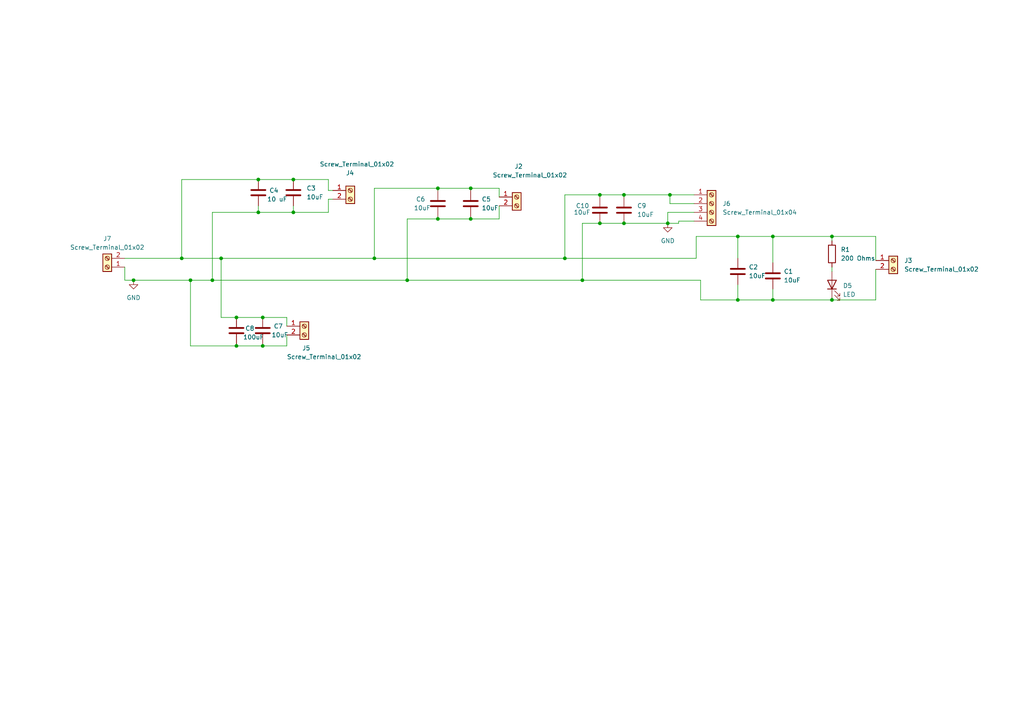
<source format=kicad_sch>
(kicad_sch (version 20230121) (generator eeschema)
  (paper "A4")
  (lib_symbols
    (symbol "Connector:Screw_Terminal_01x02" (pin_names (offset 1.016) hide)
      (property "Reference" "J" (at 0 2.54 0))
      (property "Value" "Screw_Terminal_01x02" (at 0 -5.08 0))
      (symbol "Screw_Terminal_01x02_1_1"
        (rectangle (start -1.27 1.27) (end 1.27 -3.81) (stroke (width 0.254)) (fill (type background)))
        (circle (center 0 -2.54) (radius 0.635) (stroke (width 0.1524)))
        (polyline (pts (xy -0.5334 -2.2098) (xy 0.3302 -3.048)) (stroke (width 0.1524)))
        (polyline (pts (xy -0.5334 0.3302) (xy 0.3302 -0.508)) (stroke (width 0.1524)))
        (polyline (pts (xy -0.3556 -2.032) (xy 0.508 -2.8702)) (stroke (width 0.1524)))
        (polyline (pts (xy -0.3556 0.508) (xy 0.508 -0.3302)) (stroke (width 0.1524)))
        (circle (center 0 0) (radius 0.635) (stroke (width 0.1524)))
        (pin passive line (at -5.08 0 0) (length 3.81) (name "Pin_1") (number "1"))
        (pin passive line (at -5.08 -2.54 0) (length 3.81) (name "Pin_2") (number "2"))
      )
    )
    (symbol "Connector:Screw_Terminal_01x04" (pin_names (offset 1.016) hide)
      (property "Reference" "J" (at 0 5.08 0))
      (property "Value" "Screw_Terminal_01x04" (at 0 -7.62 0))
      (symbol "Screw_Terminal_01x04_1_1"
        (rectangle (start -1.27 3.81) (end 1.27 -6.35) (stroke (width 0.254)) (fill (type background)))
        (circle (center 0 -5.08) (radius 0.635) (stroke (width 0.1524)))
        (circle (center 0 -2.54) (radius 0.635) (stroke (width 0.1524)))
        (polyline (pts (xy -0.5334 -4.7498) (xy 0.3302 -5.588)) (stroke (width 0.1524)))
        (polyline (pts (xy -0.5334 -2.2098) (xy 0.3302 -3.048)) (stroke (width 0.1524)))
        (polyline (pts (xy -0.5334 0.3302) (xy 0.3302 -0.508)) (stroke (width 0.1524)))
        (polyline (pts (xy -0.5334 2.8702) (xy 0.3302 2.032)) (stroke (width 0.1524)))
        (polyline (pts (xy -0.3556 -4.572) (xy 0.508 -5.4102)) (stroke (width 0.1524)))
        (polyline (pts (xy -0.3556 -2.032) (xy 0.508 -2.8702)) (stroke (width 0.1524)))
        (polyline (pts (xy -0.3556 0.508) (xy 0.508 -0.3302)) (stroke (width 0.1524)))
        (polyline (pts (xy -0.3556 3.048) (xy 0.508 2.2098)) (stroke (width 0.1524)))
        (circle (center 0 0) (radius 0.635) (stroke (width 0.1524)))
        (circle (center 0 2.54) (radius 0.635) (stroke (width 0.1524)))
        (pin passive line (at -5.08 2.54 0) (length 3.81) (name "Pin_1") (number "1"))
        (pin passive line (at -5.08 0 0) (length 3.81) (name "Pin_2") (number "2"))
        (pin passive line (at -5.08 -2.54 0) (length 3.81) (name "Pin_3") (number "3"))
        (pin passive line (at -5.08 -5.08 0) (length 3.81) (name "Pin_4") (number "4"))
      )
    )
    (symbol "Device:C" (pin_numbers hide) (pin_names (offset 0.254))
      (property "Reference" "C" (at 0.635 2.54 0))
      (property "Value" "C" (at 0.635 -2.54 0))
      (symbol "C_0_1"
        (polyline (pts (xy -2.032 -0.762) (xy 2.032 -0.762)) (stroke (width 0.508)))
        (polyline (pts (xy -2.032 0.762) (xy 2.032 0.762)) (stroke (width 0.508)))
      )
      (symbol "C_1_1"
        (pin passive line (at 0 3.81 270) (length 2.794) (name "~") (number "1"))
        (pin passive line (at 0 -3.81 90) (length 2.794) (name "~") (number "2"))
      )
    )
    (symbol "Device:LED" (pin_numbers hide) (pin_names (offset 1.016) hide)
      (property "Reference" "D" (at 0 2.54 0))
      (property "Value" "LED" (at 0 -2.54 0))
      (symbol "LED_0_1"
        (polyline (pts (xy -1.27 -1.27) (xy -1.27 1.27)) (stroke (width 0.254)))
        (polyline (pts (xy -1.27 0) (xy 1.27 0)))
        (polyline (pts (xy 1.27 -1.27) (xy 1.27 1.27) (xy -1.27 0) (xy 1.27 -1.27)) (stroke (width 0.254)))
        (polyline (pts (xy -3.048 -0.762) (xy -4.572 -2.286) (xy -3.81 -2.286) (xy -4.572 -2.286) (xy -4.572 -1.524)))
        (polyline (pts (xy -1.778 -0.762) (xy -3.302 -2.286) (xy -2.54 -2.286) (xy -3.302 -2.286) (xy -3.302 -1.524)))
      )
      (symbol "LED_1_1"
        (pin passive line (at -3.81 0 0) (length 2.54) (name "K") (number "1"))
        (pin passive line (at 3.81 0 180) (length 2.54) (name "A") (number "2"))
      )
    )
    (symbol "Device:R" (pin_numbers hide) (pin_names (offset 0))
      (property "Reference" "R" (at 2.032 0 90))
      (property "Value" "R" (at 0 0 90))
      (symbol "R_0_1"
        (rectangle (start -1.016 -2.54) (end 1.016 2.54) (stroke (width 0.254)))
      )
      (symbol "R_1_1"
        (pin passive line (at 0 3.81 270) (length 1.27) (name "~") (number "1"))
        (pin passive line (at 0 -3.81 90) (length 1.27) (name "~") (number "2"))
      )
    )
    (symbol "power:GND" (power) (pin_names (offset 0))
      (property "Value" "GND" (at 0 -3.81 0))
      (symbol "GND_0_1"
        (polyline (pts (xy 0 0) (xy 0 -1.27) (xy 1.27 -1.27) (xy 0 -2.54) (xy -1.27 -1.27) (xy 0 -1.27)))
      )
      (symbol "GND_1_1"
        (pin power_in line (at 0 0 270) (length 0) hide (name "GND") (number "1"))
      )
    )
  )
  (junction (at 136.525 63.5))
  (junction (at 163.83 74.93))
  (junction (at 180.975 64.77))
  (junction (at 193.675 64.77))
  (junction (at 108.585 74.93))
  (junction (at 224.155 68.58))
  (junction (at 213.995 86.995))
  (junction (at 61.595 81.28))
  (junction (at 74.93 52.07))
  (junction (at 241.3 68.58))
  (junction (at 241.3 86.995))
  (junction (at 38.735 81.28))
  (junction (at 173.99 56.515))
  (junction (at 68.58 100.33))
  (junction (at 168.91 81.28))
  (junction (at 85.09 52.07))
  (junction (at 118.11 81.28))
  (junction (at 64.135 74.93))
  (junction (at 173.99 64.77))
  (junction (at 76.2 100.33))
  (junction (at 194.31 56.515))
  (junction (at 224.155 86.995))
  (junction (at 180.975 56.515))
  (junction (at 76.2 92.075))
  (junction (at 55.245 81.28))
  (junction (at 136.525 54.61))
  (junction (at 127 54.61))
  (junction (at 213.995 68.58))
  (junction (at 127 63.5))
  (junction (at 74.93 61.595))
  (junction (at 85.09 61.595))
  (junction (at 68.58 92.075))
  (junction (at 52.705 74.93))
  (wire (pts (xy 95.25 57.785) (xy 95.25 61.595)))
  (wire (pts (xy 52.705 74.93) (xy 64.135 74.93)))
  (wire (pts (xy 203.2 86.995) (xy 213.995 86.995)))
  (wire (pts (xy 180.975 57.15) (xy 180.975 56.515)))
  (wire (pts (xy 168.91 64.77) (xy 168.91 81.28)))
  (wire (pts (xy 55.245 100.33) (xy 55.245 81.28)))
  (wire (pts (xy 173.99 64.77) (xy 168.91 64.77)))
  (wire (pts (xy 224.155 83.82) (xy 224.155 86.995)))
  (wire (pts (xy 127 55.245) (xy 127 54.61)))
  (wire (pts (xy 224.155 86.995) (xy 241.3 86.995)))
  (wire (pts (xy 76.2 99.695) (xy 76.2 100.33)))
  (wire (pts (xy 136.525 54.61) (xy 144.78 54.61)))
  (wire (pts (xy 254 78.105) (xy 254 86.995)))
  (wire (pts (xy 38.735 81.28) (xy 55.245 81.28)))
  (wire (pts (xy 213.995 86.995) (xy 224.155 86.995)))
  (wire (pts (xy 144.78 59.69) (xy 144.78 63.5)))
  (wire (pts (xy 224.155 68.58) (xy 224.155 76.2)))
  (wire (pts (xy 173.99 57.15) (xy 173.99 56.515)))
  (wire (pts (xy 180.975 64.77) (xy 193.675 64.77)))
  (wire (pts (xy 213.995 68.58) (xy 224.155 68.58)))
  (wire (pts (xy 127 54.61) (xy 136.525 54.61)))
  (wire (pts (xy 85.09 52.07) (xy 95.25 52.07)))
  (wire (pts (xy 52.705 52.07) (xy 52.705 74.93)))
  (wire (pts (xy 55.245 100.33) (xy 68.58 100.33)))
  (wire (pts (xy 83.185 97.155) (xy 83.185 100.33)))
  (wire (pts (xy 74.93 61.595) (xy 85.09 61.595)))
  (wire (pts (xy 68.58 99.695) (xy 68.58 100.33)))
  (wire (pts (xy 193.675 64.77) (xy 196.85 64.77)))
  (wire (pts (xy 127 63.5) (xy 136.525 63.5)))
  (wire (pts (xy 173.99 64.77) (xy 180.975 64.77)))
  (wire (pts (xy 36.195 81.28) (xy 38.735 81.28)))
  (wire (pts (xy 194.31 59.055) (xy 194.31 56.515)))
  (wire (pts (xy 36.195 74.93) (xy 52.705 74.93)))
  (wire (pts (xy 213.995 68.58) (xy 213.995 74.93)))
  (wire (pts (xy 52.705 52.07) (xy 74.93 52.07)))
  (wire (pts (xy 74.93 59.69) (xy 74.93 61.595)))
  (wire (pts (xy 193.675 61.595) (xy 193.675 64.77)))
  (wire (pts (xy 36.195 77.47) (xy 36.195 81.28)))
  (wire (pts (xy 203.2 81.28) (xy 203.2 86.995)))
  (wire (pts (xy 201.295 64.135) (xy 196.85 64.135)))
  (wire (pts (xy 61.595 81.28) (xy 118.11 81.28)))
  (wire (pts (xy 136.525 62.865) (xy 136.525 63.5)))
  (wire (pts (xy 108.585 54.61) (xy 127 54.61)))
  (wire (pts (xy 96.52 57.785) (xy 95.25 57.785)))
  (wire (pts (xy 173.99 56.515) (xy 180.975 56.515)))
  (wire (pts (xy 144.78 57.15) (xy 144.78 54.61)))
  (wire (pts (xy 118.11 81.28) (xy 168.91 81.28)))
  (wire (pts (xy 241.3 77.47) (xy 241.3 78.74)))
  (wire (pts (xy 85.09 59.69) (xy 85.09 61.595)))
  (wire (pts (xy 213.995 82.55) (xy 213.995 86.995)))
  (wire (pts (xy 95.25 55.245) (xy 95.25 52.07)))
  (wire (pts (xy 241.3 68.58) (xy 224.155 68.58)))
  (wire (pts (xy 168.91 81.28) (xy 203.2 81.28)))
  (wire (pts (xy 127 62.865) (xy 127 63.5)))
  (wire (pts (xy 201.93 68.58) (xy 201.93 74.93)))
  (wire (pts (xy 118.11 63.5) (xy 127 63.5)))
  (wire (pts (xy 196.85 64.135) (xy 196.85 64.77)))
  (wire (pts (xy 163.83 56.515) (xy 173.99 56.515)))
  (wire (pts (xy 76.2 92.075) (xy 83.185 92.075)))
  (wire (pts (xy 64.135 74.93) (xy 64.135 92.075)))
  (wire (pts (xy 96.52 55.245) (xy 95.25 55.245)))
  (wire (pts (xy 68.58 92.075) (xy 76.2 92.075)))
  (wire (pts (xy 118.11 63.5) (xy 118.11 81.28)))
  (wire (pts (xy 163.83 56.515) (xy 163.83 74.93)))
  (wire (pts (xy 64.135 74.93) (xy 108.585 74.93)))
  (wire (pts (xy 64.135 92.075) (xy 68.58 92.075)))
  (wire (pts (xy 108.585 74.93) (xy 163.83 74.93)))
  (wire (pts (xy 254 75.565) (xy 254 68.58)))
  (wire (pts (xy 254 68.58) (xy 241.3 68.58)))
  (wire (pts (xy 83.185 94.615) (xy 83.185 92.075)))
  (wire (pts (xy 85.09 61.595) (xy 95.25 61.595)))
  (wire (pts (xy 194.31 56.515) (xy 201.295 56.515)))
  (wire (pts (xy 61.595 61.595) (xy 61.595 81.28)))
  (wire (pts (xy 144.78 63.5) (xy 136.525 63.5)))
  (wire (pts (xy 136.525 55.245) (xy 136.525 54.61)))
  (wire (pts (xy 241.3 68.58) (xy 241.3 69.85)))
  (wire (pts (xy 241.3 86.36) (xy 241.3 86.995)))
  (wire (pts (xy 74.93 52.07) (xy 85.09 52.07)))
  (wire (pts (xy 254 86.995) (xy 241.3 86.995)))
  (wire (pts (xy 68.58 100.33) (xy 76.2 100.33)))
  (wire (pts (xy 201.295 61.595) (xy 193.675 61.595)))
  (wire (pts (xy 180.975 56.515) (xy 194.31 56.515)))
  (wire (pts (xy 163.83 74.93) (xy 201.93 74.93)))
  (wire (pts (xy 61.595 61.595) (xy 74.93 61.595)))
  (wire (pts (xy 76.2 100.33) (xy 83.185 100.33)))
  (wire (pts (xy 55.245 81.28) (xy 61.595 81.28)))
  (wire (pts (xy 201.295 59.055) (xy 194.31 59.055)))
  (wire (pts (xy 108.585 74.93) (xy 108.585 54.61)))
  (wire (pts (xy 201.93 68.58) (xy 213.995 68.58)))
  (symbol (lib_id "Connector:Screw_Terminal_01x02") (at 88.265 94.615 0) (unit 1)
    (property "Reference" "J5" (at 87.63 100.965 0) (effects (justify left)))
    (property "Value" "Screw_Terminal_01x02" (at 83.185 103.505 0) (effects (justify left)))
    (property "Footprint" "Connector_JST:JST_XH_S2B-XH-A-1_1x02_P2.50mm_Horizontal" (effects hide))
  )
  (symbol (lib_id "Device:C") (at 74.93 55.88 0) (unit 1)
    (property "Reference" "C4" (at 78.105 55.245 0) (effects (justify left)))
    (property "Value" "10 uF" (at 77.47 57.785 0) (effects (justify left)))
    (property "Footprint" "Capacitor_SMD:C_0603_1608Metric_Pad1.08x0.95mm_HandSolder" (effects hide))
  )
  (symbol (lib_id "Device:C") (at 180.975 60.96 0) (unit 1)
    (property "Reference" "C9" (at 184.785 59.69 0) (effects (justify left)))
    (property "Value" "10uF" (at 184.785 62.23 0) (effects (justify left)))
    (property "Footprint" "Capacitor_SMD:C_0603_1608Metric_Pad1.08x0.95mm_HandSolder" (effects hide))
  )
  (symbol (lib_id "Device:C") (at 136.525 59.055 0) (unit 1)
    (property "Reference" "C5" (at 139.7 57.785 0) (effects (justify left)))
    (property "Value" "10uF" (at 139.7 60.325 0) (effects (justify left)))
    (property "Footprint" "Capacitor_SMD:C_0603_1608Metric_Pad1.08x0.95mm_HandSolder" (effects hide))
  )
  (symbol (lib_id "Device:C") (at 68.58 95.885 0) (unit 1)
    (property "Reference" "C8" (at 71.12 95.25 0) (effects (justify left)))
    (property "Value" "100uF" (at 70.485 97.79 0) (effects (justify left)))
    (property "Footprint" "Capacitor_SMD:C_0603_1608Metric_Pad1.08x0.95mm_HandSolder" (effects hide))
  )
  (symbol (lib_id "Device:C") (at 173.99 60.96 0) (unit 1)
    (property "Reference" "C10" (at 167.005 59.69 0) (effects (justify left)))
    (property "Value" "10uF" (at 166.37 61.595 0) (effects (justify left)))
    (property "Footprint" "Capacitor_SMD:C_0603_1608Metric_Pad1.08x0.95mm_HandSolder" (effects hide))
  )
  (symbol (lib_id "Device:C") (at 85.09 55.88 0) (unit 1)
    (property "Reference" "C3" (at 88.9 54.61 0) (effects (justify left)))
    (property "Value" "10uF" (at 88.9 57.15 0) (effects (justify left)))
    (property "Footprint" "Capacitor_SMD:C_0603_1608Metric_Pad1.08x0.95mm_HandSolder" (effects hide))
  )
  (symbol (lib_id "Device:LED") (at 241.3 82.55 90) (unit 1)
    (property "Reference" "D5" (at 244.475 82.8675 90) (effects (justify right)))
    (property "Value" "LED" (at 244.475 85.4075 90) (effects (justify right)))
    (property "Footprint" "LED_SMD:LED_0603_1608Metric_Pad1.05x0.95mm_HandSolder" (effects hide))
  )
  (symbol (lib_id "Device:C") (at 224.155 80.01 0) (unit 1)
    (property "Reference" "C1" (at 227.33 78.74 0) (effects (justify left)))
    (property "Value" "10uF" (at 227.33 81.28 0) (effects (justify left)))
    (property "Footprint" "Capacitor_SMD:C_0603_1608Metric_Pad1.08x0.95mm_HandSolder" (effects hide))
  )
  (symbol (lib_id "Connector:Screw_Terminal_01x02") (at 149.86 57.15 0) (unit 1)
    (property "Reference" "J2" (at 149.225 48.26 0) (effects (justify left)))
    (property "Value" "Screw_Terminal_01x02" (at 142.875 50.8 0) (effects (justify left)))
    (property "Footprint" "Connector_JST:JST_XH_S2B-XH-A-1_1x02_P2.50mm_Horizontal" (effects hide))
  )
  (symbol (lib_id "Device:R") (at 241.3 73.66 0) (unit 1)
    (property "Reference" "R1" (at 243.84 72.39 0) (effects (justify left)))
    (property "Value" "200 Ohms" (at 243.84 74.93 0) (effects (justify left)))
    (property "Footprint" "Resistor_SMD:R_0603_1608Metric_Pad0.98x0.95mm_HandSolder" (effects hide))
  )
  (symbol (lib_id "Device:C") (at 213.995 78.74 0) (unit 1)
    (property "Reference" "C2" (at 217.17 77.47 0) (effects (justify left)))
    (property "Value" "10uF" (at 217.17 80.01 0) (effects (justify left)))
    (property "Footprint" "Capacitor_SMD:C_0603_1608Metric_Pad1.08x0.95mm_HandSolder" (effects hide))
  )
  (symbol (lib_id "power:GND") (at 193.675 64.77 0) (unit 1)
    (property "Reference" "#PWR02" (effects hide))
    (property "Value" "GND" (at 193.675 69.85 0))
  )
  (symbol (lib_id "Device:C") (at 127 59.055 0) (unit 1)
    (property "Reference" "C6" (at 120.65 57.785 0) (effects (justify left)))
    (property "Value" "10uF" (at 120.015 60.325 0) (effects (justify left)))
    (property "Footprint" "Capacitor_SMD:C_0603_1608Metric_Pad1.08x0.95mm_HandSolder" (effects hide))
  )
  (symbol (lib_id "Device:C") (at 76.2 95.885 0) (unit 1)
    (property "Reference" "C7" (at 79.375 94.615 0) (effects (justify left)))
    (property "Value" "10uF" (at 78.74 97.155 0) (effects (justify left)))
    (property "Footprint" "Capacitor_SMD:C_0603_1608Metric_Pad1.08x0.95mm_HandSolder" (effects hide))
  )
  (symbol (lib_id "Connector:Screw_Terminal_01x04") (at 206.375 59.055 0) (unit 1)
    (property "Reference" "J6" (at 209.55 59.055 0) (effects (justify left)))
    (property "Value" "Screw_Terminal_01x04" (at 209.55 61.595 0) (effects (justify left)))
    (property "Footprint" "Connector:MOLEX_0532610471" (effects hide))
  )
  (symbol (lib_id "Connector:Screw_Terminal_01x02") (at 259.08 75.565 0) (unit 1)
    (property "Reference" "J3" (at 262.255 75.565 0) (effects (justify left)))
    (property "Value" "Screw_Terminal_01x02" (at 262.255 78.105 0) (effects (justify left)))
    (property "Footprint" "Connector_JST:JST_XH_S2B-XH-A-1_1x02_P2.50mm_Horizontal" (effects hide))
  )
  (symbol (lib_id "Connector:Screw_Terminal_01x02") (at 101.6 55.245 0) (unit 1)
    (property "Reference" "J4" (at 100.33 50.165 0) (effects (justify left)))
    (property "Value" "Screw_Terminal_01x02" (at 92.71 47.625 0) (effects (justify left)))
    (property "Footprint" "Connector_JST:JST_XH_S2B-XH-A-1_1x02_P2.50mm_Horizontal" (effects hide))
  )
  (symbol (lib_id "Connector:Screw_Terminal_01x02") (at 31.115 77.47 180) (unit 1)
    (property "Reference" "J7" (at 31.115 69.215 0))
    (property "Value" "Screw_Terminal_01x02" (at 31.115 71.755 0))
    (property "Footprint" "Connector_JST:JST_XH_S2B-XH-A-1_1x02_P2.50mm_Horizontal" (effects hide))
  )
  (symbol (lib_id "power:GND") (at 38.735 81.28 0) (unit 1)
    (property "Reference" "#PWR01" (effects hide))
    (property "Value" "GND" (at 38.735 86.36 0))
  )
)
</source>
